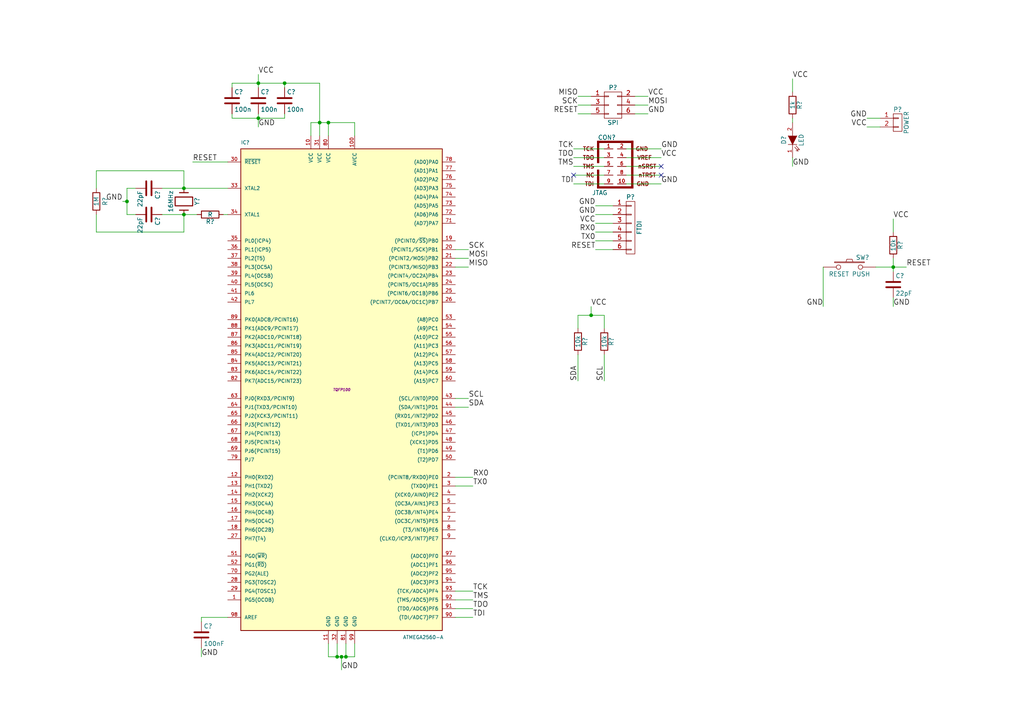
<source format=kicad_sch>
(kicad_sch (version 20211123) (generator eeschema)
  (paper "A4")
  (lib_symbols
    (symbol "core-rescue:ATMEGA2560-A" (pin_names (offset 1.016))
      (property "Reference" "IC" (at -29.21 71.12 0))
      (property "Value" "ATMEGA2560-A" (at 17.78 -72.39 0))
      (property "Footprint" "TQFP100" (at 0 0 0))
      (symbol "ATMEGA2560-A_0_1"
        (rectangle (start -29.21 69.85) (end 29.21 -69.85) (stroke (width 0.254)) (fill (type background)))
      )
      (symbol "ATMEGA2560-A_1_1"
        (pin bidirectional line (at -33.02 -60.96 0) (length 3.81) (name "PG5(OCOB)") (number "1"))
        (pin power_in line (at -8.89 73.66 270) (length 3.81) (name "VCC") (number "10"))
        (pin power_in line (at 3.81 73.66 270) (length 3.81) (name "AVCC") (number "100"))
        (pin power_in line (at -3.81 -73.66 90) (length 3.81) (name "GND") (number "11"))
        (pin bidirectional line (at -33.02 -25.4 0) (length 3.81) (name "PH0(RXD2)") (number "12"))
        (pin bidirectional line (at -33.02 -27.94 0) (length 3.81) (name "PH1(TXD2)") (number "13"))
        (pin bidirectional line (at -33.02 -30.48 0) (length 3.81) (name "PH2(XCK2)") (number "14"))
        (pin bidirectional line (at -33.02 -33.02 0) (length 3.81) (name "PH3(OC4A)") (number "15"))
        (pin bidirectional line (at -33.02 -35.56 0) (length 3.81) (name "PH4(OC4B)") (number "16"))
        (pin bidirectional line (at -33.02 -38.1 0) (length 3.81) (name "PH5(OC4C)") (number "17"))
        (pin bidirectional line (at -33.02 -40.64 0) (length 3.81) (name "PH6(OC2B)") (number "18"))
        (pin bidirectional line (at 33.02 43.18 180) (length 3.81) (name "(PCINT0/~{SS})PB0") (number "19"))
        (pin bidirectional line (at 33.02 -25.4 180) (length 3.81) (name "(PCINT8/RXD0)PE0") (number "2"))
        (pin bidirectional line (at 33.02 40.64 180) (length 3.81) (name "(PCINT1/SCK)PB1") (number "20"))
        (pin bidirectional line (at 33.02 38.1 180) (length 3.81) (name "(PCINT2/MOSI)PB2") (number "21"))
        (pin bidirectional line (at 33.02 35.56 180) (length 3.81) (name "(PCINT3/MISO)PB3") (number "22"))
        (pin bidirectional line (at 33.02 33.02 180) (length 3.81) (name "(PCINT4/OC2A)PB4") (number "23"))
        (pin bidirectional line (at 33.02 30.48 180) (length 3.81) (name "(PCINT5/OC1A)PB5") (number "24"))
        (pin bidirectional line (at 33.02 27.94 180) (length 3.81) (name "(PCINT6/OC1B)PB6") (number "25"))
        (pin bidirectional line (at 33.02 25.4 180) (length 3.81) (name "(PCINT7/OC0A/OC1C)PB7") (number "26"))
        (pin bidirectional line (at -33.02 -43.18 0) (length 3.81) (name "PH7(T4)") (number "27"))
        (pin bidirectional line (at -33.02 -55.88 0) (length 3.81) (name "PG3(TOSC2)") (number "28"))
        (pin bidirectional line (at -33.02 -58.42 0) (length 3.81) (name "PG4(TOSC1)") (number "29"))
        (pin bidirectional line (at 33.02 -27.94 180) (length 3.81) (name "(TXD0)PE1") (number "3"))
        (pin input line (at -33.02 66.04 0) (length 3.81) (name "~{RESET}") (number "30"))
        (pin power_in line (at -6.35 73.66 270) (length 3.81) (name "VCC") (number "31"))
        (pin power_in line (at -1.27 -73.66 90) (length 3.81) (name "GND") (number "32"))
        (pin bidirectional line (at -33.02 58.42 0) (length 3.81) (name "XTAL2") (number "33"))
        (pin bidirectional line (at -33.02 50.8 0) (length 3.81) (name "XTAL1") (number "34"))
        (pin bidirectional line (at -33.02 43.18 0) (length 3.81) (name "PL0(ICP4)") (number "35"))
        (pin bidirectional line (at -33.02 40.64 0) (length 3.81) (name "PL1(ICP5)") (number "36"))
        (pin bidirectional line (at -33.02 38.1 0) (length 3.81) (name "PL2(T5)") (number "37"))
        (pin bidirectional line (at -33.02 35.56 0) (length 3.81) (name "PL3(OC5A)") (number "38"))
        (pin bidirectional line (at -33.02 33.02 0) (length 3.81) (name "PL4(OC5B)") (number "39"))
        (pin bidirectional line (at 33.02 -30.48 180) (length 3.81) (name "(XCK0/AIN0)PE2") (number "4"))
        (pin bidirectional line (at -33.02 30.48 0) (length 3.81) (name "PL5(OC5C)") (number "40"))
        (pin bidirectional line (at -33.02 27.94 0) (length 3.81) (name "PL6") (number "41"))
        (pin bidirectional line (at -33.02 25.4 0) (length 3.81) (name "PL7") (number "42"))
        (pin bidirectional line (at 33.02 -2.54 180) (length 3.81) (name "(SCL/INT0)PD0") (number "43"))
        (pin bidirectional line (at 33.02 -5.08 180) (length 3.81) (name "(SDA/INT1)PD1") (number "44"))
        (pin bidirectional line (at 33.02 -7.62 180) (length 3.81) (name "(RXD1/INT2)PD2") (number "45"))
        (pin bidirectional line (at 33.02 -10.16 180) (length 3.81) (name "(TXD1/INT3)PD3") (number "46"))
        (pin bidirectional line (at 33.02 -12.7 180) (length 3.81) (name "(ICP1)PD4") (number "47"))
        (pin bidirectional line (at 33.02 -15.24 180) (length 3.81) (name "(XCK1)PD5") (number "48"))
        (pin bidirectional line (at 33.02 -17.78 180) (length 3.81) (name "(T1)PD6") (number "49"))
        (pin bidirectional line (at 33.02 -33.02 180) (length 3.81) (name "(OC3A/AIN1)PE3") (number "5"))
        (pin bidirectional line (at 33.02 -20.32 180) (length 3.81) (name "(T2)PD7") (number "50"))
        (pin bidirectional line (at -33.02 -48.26 0) (length 3.81) (name "PG0(~{WR})") (number "51"))
        (pin bidirectional line (at -33.02 -50.8 0) (length 3.81) (name "PG1(~{RD})") (number "52"))
        (pin output line (at 33.02 20.32 180) (length 3.81) (name "(A8)PC0") (number "53"))
        (pin output line (at 33.02 17.78 180) (length 3.81) (name "(A9)PC1") (number "54"))
        (pin output line (at 33.02 15.24 180) (length 3.81) (name "(A10)PC2") (number "55"))
        (pin output line (at 33.02 12.7 180) (length 3.81) (name "(A11)PC3") (number "56"))
        (pin output line (at 33.02 10.16 180) (length 3.81) (name "(A12)PC4") (number "57"))
        (pin output line (at 33.02 7.62 180) (length 3.81) (name "(A13)PC5") (number "58"))
        (pin output line (at 33.02 5.08 180) (length 3.81) (name "(A14)PC6") (number "59"))
        (pin bidirectional line (at 33.02 -35.56 180) (length 3.81) (name "(OC3B/INT4)PE4") (number "6"))
        (pin output line (at 33.02 2.54 180) (length 3.81) (name "(A15)PC7") (number "60"))
        (pin bidirectional line (at -33.02 -2.54 0) (length 3.81) (name "PJ0(RXD3/PCINT9)") (number "63"))
        (pin bidirectional line (at -33.02 -5.08 0) (length 3.81) (name "PJ1(TXD3/PCINT10)") (number "64"))
        (pin bidirectional line (at -33.02 -7.62 0) (length 3.81) (name "PJ2(XCK3/PCINT11)") (number "65"))
        (pin bidirectional line (at -33.02 -10.16 0) (length 3.81) (name "PJ3(PCINT12)") (number "66"))
        (pin bidirectional line (at -33.02 -12.7 0) (length 3.81) (name "PJ4(PCINT13)") (number "67"))
        (pin bidirectional line (at -33.02 -15.24 0) (length 3.81) (name "PJ5(PCINT14)") (number "68"))
        (pin bidirectional line (at -33.02 -17.78 0) (length 3.81) (name "PJ6(PCINT15)") (number "69"))
        (pin bidirectional line (at 33.02 -38.1 180) (length 3.81) (name "(OC3C/INT5)PE5") (number "7"))
        (pin bidirectional line (at -33.02 -53.34 0) (length 3.81) (name "PG2(ALE)") (number "70"))
        (pin bidirectional line (at 33.02 48.26 180) (length 3.81) (name "(AD7)PA7") (number "71"))
        (pin bidirectional line (at 33.02 50.8 180) (length 3.81) (name "(AD6)PA6") (number "72"))
        (pin bidirectional line (at 33.02 53.34 180) (length 3.81) (name "(AD5)PA5") (number "73"))
        (pin bidirectional line (at 33.02 55.88 180) (length 3.81) (name "(AD4)PA4") (number "74"))
        (pin bidirectional line (at 33.02 58.42 180) (length 3.81) (name "(AD3)PA3") (number "75"))
        (pin bidirectional line (at 33.02 60.96 180) (length 3.81) (name "(AD2)PA2") (number "76"))
        (pin bidirectional line (at 33.02 63.5 180) (length 3.81) (name "(AD1)PA1") (number "77"))
        (pin bidirectional line (at 33.02 66.04 180) (length 3.81) (name "(AD0)PA0") (number "78"))
        (pin bidirectional line (at -33.02 -20.32 0) (length 3.81) (name "PJ7") (number "79"))
        (pin bidirectional line (at 33.02 -40.64 180) (length 3.81) (name "(T3/INT6)PE6") (number "8"))
        (pin power_in line (at -3.81 73.66 270) (length 3.81) (name "VCC") (number "80"))
        (pin power_in line (at 1.27 -73.66 90) (length 3.81) (name "GND") (number "81"))
        (pin bidirectional line (at -33.02 2.54 0) (length 3.81) (name "PK7(ADC15/PCINT23)") (number "82"))
        (pin bidirectional line (at -33.02 5.08 0) (length 3.81) (name "PK6(ADC14/PCINT22)") (number "83"))
        (pin bidirectional line (at -33.02 7.62 0) (length 3.81) (name "PK5(ADC13/PCINT21)") (number "84"))
        (pin bidirectional line (at -33.02 10.16 0) (length 3.81) (name "PK4(ADC12/PCINT20)") (number "85"))
        (pin bidirectional line (at -33.02 12.7 0) (length 3.81) (name "PK3(ADC11/PCINT19)") (number "86"))
        (pin bidirectional line (at -33.02 15.24 0) (length 3.81) (name "PK2(ADC10/PCINT18)") (number "87"))
        (pin bidirectional line (at -33.02 17.78 0) (length 3.81) (name "PK1(ADC9/PCINT17)") (number "88"))
        (pin bidirectional line (at -33.02 20.32 0) (length 3.81) (name "PK0(ADC8/PCINT16)") (number "89"))
        (pin bidirectional line (at 33.02 -43.18 180) (length 3.81) (name "(CLKO/ICP3/INT7)PE7") (number "9"))
        (pin input line (at 33.02 -66.04 180) (length 3.81) (name "(TDI/ADC7)PF7") (number "90"))
        (pin input line (at 33.02 -63.5 180) (length 3.81) (name "(TD0/ADC6)PF6") (number "91"))
        (pin input line (at 33.02 -60.96 180) (length 3.81) (name "(TMS/ADC5)PF5") (number "92"))
        (pin input line (at 33.02 -58.42 180) (length 3.81) (name "(TCK/ADC4)PF4") (number "93"))
        (pin input line (at 33.02 -55.88 180) (length 3.81) (name "(ADC3)PF3") (number "94"))
        (pin input line (at 33.02 -53.34 180) (length 3.81) (name "(ADC2)PF2") (number "95"))
        (pin input line (at 33.02 -50.8 180) (length 3.81) (name "(ADC1)PF1") (number "96"))
        (pin input line (at 33.02 -48.26 180) (length 3.81) (name "(ADC0)PF0") (number "97"))
        (pin bidirectional line (at -33.02 -66.04 0) (length 3.81) (name "AREF") (number "98"))
        (pin power_in line (at 3.81 -73.66 90) (length 3.81) (name "GND") (number "99"))
      )
    )
    (symbol "core-rescue:AVR-JTAG-10" (pin_names (offset 1.016))
      (property "Reference" "CON" (at -4.318 8.382 0))
      (property "Value" "AVR-JTAG-10" (at -8.636 -8.382 0))
      (symbol "AVR-JTAG-10_0_0"
        (text "GND" (at 5.842 5.08 0) (effects (font (size 1.143 1.143) bold)))
        (text "NC" (at -9.144 -2.54 0) (effects (font (size 1.143 1.143) bold)))
      )
      (symbol "AVR-JTAG-10_0_1"
        (rectangle (start -7.112 -5.842) (end 3.302 -6.35) (fill (type outline)))
        (rectangle (start -7.112 -1.016) (end -6.604 -6.35) (fill (type outline)))
        (rectangle (start -6.604 7.366) (end -7.112 1.016) (fill (type outline)))
        (rectangle (start -6.604 7.366) (end 3.302 6.858) (fill (type outline)))
        (rectangle (start 2.794 7.366) (end 3.302 -5.842) (fill (type outline)))
      )
      (symbol "AVR-JTAG-10_1_0"
        (text "GND" (at 6.096 -5.08 0) (effects (font (size 1.143 1.143) bold)))
        (text "nSRST" (at 7.366 0 0) (effects (font (size 1.143 1.143) bold)))
        (text "nTRST" (at 7.366 -2.54 0) (effects (font (size 1.143 1.143) bold)))
        (text "TCK" (at -9.652 5.08 0) (effects (font (size 1.143 1.143) bold)))
        (text "TDI" (at -9.398 -5.08 0) (effects (font (size 1.143 1.143) bold)))
        (text "TDO" (at -9.652 2.54 0) (effects (font (size 1.143 1.143) bold)))
        (text "TMS" (at -9.652 0 0) (effects (font (size 1.143 1.143) bold)))
        (text "VREF" (at 6.604 2.54 0) (effects (font (size 1.143 1.143) bold)))
      )
      (symbol "AVR-JTAG-10_1_1"
        (pin passive line (at -5.08 5.08 0) (length 2.54) (name "~") (number "1"))
        (pin passive line (at 1.27 -5.08 180) (length 2.54) (name "~") (number "10"))
        (pin passive line (at 1.27 5.08 180) (length 2.54) (name "~") (number "2"))
        (pin passive line (at -5.08 2.54 0) (length 2.54) (name "~") (number "3"))
        (pin passive line (at 1.27 2.54 180) (length 2.54) (name "~") (number "4"))
        (pin passive line (at -5.08 0 0) (length 2.54) (name "~") (number "5"))
        (pin passive line (at 1.27 0 180) (length 2.54) (name "~") (number "6"))
        (pin passive line (at -5.08 -2.54 0) (length 2.54) (name "~") (number "7"))
        (pin passive line (at 1.27 -2.54 180) (length 2.54) (name "~") (number "8"))
        (pin passive line (at -5.08 -5.08 0) (length 2.54) (name "~") (number "9"))
      )
    )
    (symbol "core-rescue:C" (pin_numbers hide) (pin_names (offset 0.254))
      (property "Reference" "C" (at 0.635 2.54 0))
      (property "Value" "C" (at 0.635 -2.54 0))
      (symbol "C_0_1"
        (polyline (pts (xy -2.032 -0.762) (xy 2.032 -0.762)) (stroke (width 0.508)))
        (polyline (pts (xy -2.032 0.762) (xy 2.032 0.762)) (stroke (width 0.508)))
      )
      (symbol "C_1_1"
        (pin passive line (at 0 3.81 270) (length 2.794) (name "~") (number "1"))
        (pin passive line (at 0 -3.81 90) (length 2.794) (name "~") (number "2"))
      )
    )
    (symbol "core-rescue:CONN_01X02" (pin_names (offset 1.016) hide)
      (property "Reference" "P" (at 0 3.81 0))
      (property "Value" "CONN_01X02" (at 2.54 0 90))
      (symbol "CONN_01X02_0_1"
        (rectangle (start -1.27 -1.143) (end 0.254 -1.397))
        (rectangle (start -1.27 1.397) (end 0.254 1.143))
        (rectangle (start -1.27 2.54) (end 1.27 -2.54))
      )
      (symbol "CONN_01X02_1_1"
        (pin passive line (at -5.08 1.27 0) (length 3.81) (name "P1") (number "1"))
        (pin passive line (at -5.08 -1.27 0) (length 3.81) (name "P2") (number "2"))
      )
    )
    (symbol "core-rescue:CONN_01X06" (pin_names (offset 1.016) hide)
      (property "Reference" "P" (at 0 8.89 0))
      (property "Value" "CONN_01X06" (at 2.54 0 90))
      (symbol "CONN_01X06_0_1"
        (rectangle (start -1.27 -6.223) (end 0.254 -6.477))
        (rectangle (start -1.27 -3.683) (end 0.254 -3.937))
        (rectangle (start -1.27 -1.143) (end 0.254 -1.397))
        (rectangle (start -1.27 1.397) (end 0.254 1.143))
        (rectangle (start -1.27 3.937) (end 0.254 3.683))
        (rectangle (start -1.27 6.477) (end 0.254 6.223))
        (rectangle (start -1.27 7.62) (end 1.27 -7.62))
      )
      (symbol "CONN_01X06_1_1"
        (pin passive line (at -5.08 6.35 0) (length 3.81) (name "P1") (number "1"))
        (pin passive line (at -5.08 3.81 0) (length 3.81) (name "P2") (number "2"))
        (pin passive line (at -5.08 1.27 0) (length 3.81) (name "P3") (number "3"))
        (pin passive line (at -5.08 -1.27 0) (length 3.81) (name "P4") (number "4"))
        (pin passive line (at -5.08 -3.81 0) (length 3.81) (name "P5") (number "5"))
        (pin passive line (at -5.08 -6.35 0) (length 3.81) (name "P6") (number "6"))
      )
    )
    (symbol "core-rescue:CONN_02X03" (pin_names (offset 0.0254) hide)
      (property "Reference" "P" (at 0 5.08 0))
      (property "Value" "CONN_02X03" (at 0 -5.08 0))
      (symbol "CONN_02X03_0_1"
        (rectangle (start -2.54 -2.413) (end -1.27 -2.667))
        (rectangle (start -2.54 0.127) (end -1.27 -0.127))
        (rectangle (start -2.54 2.667) (end -1.27 2.413))
        (rectangle (start -2.54 3.81) (end 2.54 -3.81))
        (rectangle (start 1.27 -2.413) (end 2.54 -2.667))
        (rectangle (start 1.27 0.127) (end 2.54 -0.127))
        (rectangle (start 1.27 2.667) (end 2.54 2.413))
      )
      (symbol "CONN_02X03_1_1"
        (pin passive line (at -6.35 2.54 0) (length 3.81) (name "P1") (number "1"))
        (pin passive line (at 6.35 2.54 180) (length 3.81) (name "P2") (number "2"))
        (pin passive line (at -6.35 0 0) (length 3.81) (name "P3") (number "3"))
        (pin passive line (at 6.35 0 180) (length 3.81) (name "P4") (number "4"))
        (pin passive line (at -6.35 -2.54 0) (length 3.81) (name "P5") (number "5"))
        (pin passive line (at 6.35 -2.54 180) (length 3.81) (name "P6") (number "6"))
      )
    )
    (symbol "core-rescue:Crystal" (pin_numbers hide) (pin_names (offset 1.016) hide)
      (property "Reference" "Y" (at 0 3.81 0))
      (property "Value" "Crystal" (at 0 -3.81 0))
      (symbol "Crystal_0_1"
        (rectangle (start -1.27 2.54) (end 1.27 -2.54) (stroke (width 0.3048)))
        (polyline (pts (xy -2.54 -1.27) (xy -2.54 1.27)) (stroke (width 0.3048)))
        (polyline (pts (xy 2.54 -1.27) (xy 2.54 1.27)) (stroke (width 0.3048)))
      )
      (symbol "Crystal_1_1"
        (pin passive line (at -3.81 0 0) (length 1.27) (name "1") (number "1"))
        (pin passive line (at 3.81 0 180) (length 1.27) (name "2") (number "2"))
      )
    )
    (symbol "core-rescue:LED" (pin_names (offset 1.016) hide)
      (property "Reference" "D" (at 0 2.54 0))
      (property "Value" "LED" (at 0 -2.54 0))
      (symbol "LED_0_1"
        (polyline (pts (xy -1.27 1.27) (xy -1.27 -1.27)))
        (polyline (pts (xy -2.032 -0.635) (xy -3.175 -1.651) (xy -3.048 -1.016)))
        (polyline (pts (xy -1.651 -1.016) (xy -2.794 -2.032) (xy -2.667 -1.397)))
        (polyline (pts (xy 1.27 1.27) (xy -1.27 0) (xy 1.27 -1.27)) (fill (type outline)))
      )
      (symbol "LED_1_1"
        (pin passive line (at -5.08 0 0) (length 3.81) (name "K") (number "1"))
        (pin passive line (at 5.08 0 180) (length 3.81) (name "A") (number "2"))
      )
    )
    (symbol "core-rescue:R" (pin_numbers hide) (pin_names (offset 0))
      (property "Reference" "R" (at 2.032 0 90))
      (property "Value" "R" (at 0 0 90))
      (symbol "R_0_1"
        (rectangle (start -1.016 -2.54) (end 1.016 2.54) (stroke (width 0.254)))
      )
      (symbol "R_1_1"
        (pin passive line (at 0 3.81 270) (length 1.27) (name "~") (number "1"))
        (pin passive line (at 0 -3.81 90) (length 1.27) (name "~") (number "2"))
      )
    )
    (symbol "core-rescue:SW_PUSH" (pin_numbers hide) (pin_names (offset 1.016) hide)
      (property "Reference" "SW" (at 3.81 2.794 0))
      (property "Value" "SW_PUSH" (at 0 -2.032 0))
      (symbol "SW_PUSH_0_1"
        (rectangle (start -4.318 1.27) (end 4.318 1.524))
        (polyline (pts (xy -1.016 1.524) (xy -0.762 2.286) (xy 0.762 2.286) (xy 1.016 1.524)))
        (pin passive inverted (at -7.62 0 0) (length 5.08) (name "1") (number "1"))
        (pin passive inverted (at 7.62 0 180) (length 5.08) (name "2") (number "2"))
      )
    )
  )
  (junction (at 74.93 24.13))
  (junction (at 82.55 24.13))
  (junction (at 74.93 34.29))
  (junction (at 53.34 54.61))
  (junction (at 100.33 190.5))
  (junction (at 95.25 35.56))
  (junction (at 53.34 62.23))
  (junction (at 36.83 58.42))
  (junction (at 259.08 77.47))
  (junction (at 99.06 190.5))
  (junction (at 97.79 190.5))
  (junction (at 171.45 91.44))
  (junction (at 92.71 35.56))
  (no_connect (at 191.77 50.8))
  (no_connect (at 191.77 48.26))
  (no_connect (at 166.37 50.8))
  (wire (pts (xy 132.08 72.39) (xy 135.89 72.39)))
  (wire (pts (xy 95.25 190.5) (xy 97.79 190.5)))
  (wire (pts (xy 175.26 110.49) (xy 175.26 102.87)))
  (wire (pts (xy 132.08 115.57) (xy 135.89 115.57)))
  (wire (pts (xy 175.26 48.26) (xy 166.37 48.26)))
  (wire (pts (xy 175.26 53.34) (xy 166.37 53.34)))
  (wire (pts (xy 74.93 24.13) (xy 74.93 25.4)))
  (wire (pts (xy 53.34 67.31) (xy 53.34 62.23)))
  (wire (pts (xy 66.04 179.07) (xy 58.42 179.07)))
  (wire (pts (xy 167.64 91.44) (xy 171.45 91.44)))
  (wire (pts (xy 92.71 24.13) (xy 92.71 35.56)))
  (wire (pts (xy 102.87 190.5) (xy 102.87 186.69)))
  (wire (pts (xy 132.08 74.93) (xy 135.89 74.93)))
  (wire (pts (xy 167.64 110.49) (xy 167.64 102.87)))
  (wire (pts (xy 36.83 58.42) (xy 35.56 58.42)))
  (wire (pts (xy 184.15 30.48) (xy 187.96 30.48)))
  (wire (pts (xy 67.31 33.02) (xy 67.31 34.29)))
  (wire (pts (xy 171.45 33.02) (xy 167.64 33.02)))
  (wire (pts (xy 255.27 36.83) (xy 251.46 36.83)))
  (wire (pts (xy 95.25 35.56) (xy 102.87 35.56)))
  (wire (pts (xy 171.45 91.44) (xy 171.45 88.9)))
  (wire (pts (xy 82.55 24.13) (xy 82.55 25.4)))
  (wire (pts (xy 82.55 34.29) (xy 82.55 33.02)))
  (wire (pts (xy 184.15 27.94) (xy 187.96 27.94)))
  (wire (pts (xy 132.08 118.11) (xy 135.89 118.11)))
  (wire (pts (xy 132.08 77.47) (xy 135.89 77.47)))
  (wire (pts (xy 53.34 49.53) (xy 53.34 54.61)))
  (wire (pts (xy 74.93 24.13) (xy 82.55 24.13)))
  (wire (pts (xy 27.94 54.61) (xy 27.94 49.53)))
  (wire (pts (xy 167.64 95.25) (xy 167.64 91.44)))
  (wire (pts (xy 99.06 190.5) (xy 100.33 190.5)))
  (wire (pts (xy 177.8 69.85) (xy 172.72 69.85)))
  (wire (pts (xy 92.71 35.56) (xy 92.71 39.37)))
  (wire (pts (xy 181.61 50.8) (xy 191.77 50.8)))
  (wire (pts (xy 82.55 24.13) (xy 92.71 24.13)))
  (wire (pts (xy 74.93 33.02) (xy 74.93 34.29)))
  (wire (pts (xy 64.77 62.23) (xy 66.04 62.23)))
  (wire (pts (xy 166.37 45.72) (xy 175.26 45.72)))
  (wire (pts (xy 92.71 35.56) (xy 95.25 35.56)))
  (wire (pts (xy 100.33 190.5) (xy 102.87 190.5)))
  (wire (pts (xy 36.83 58.42) (xy 36.83 62.23)))
  (wire (pts (xy 74.93 34.29) (xy 82.55 34.29)))
  (wire (pts (xy 53.34 62.23) (xy 57.15 62.23)))
  (wire (pts (xy 132.08 173.99) (xy 137.16 173.99)))
  (wire (pts (xy 177.8 64.77) (xy 172.72 64.77)))
  (wire (pts (xy 171.45 91.44) (xy 175.26 91.44)))
  (wire (pts (xy 181.61 43.18) (xy 191.77 43.18)))
  (wire (pts (xy 27.94 67.31) (xy 53.34 67.31)))
  (wire (pts (xy 90.17 35.56) (xy 92.71 35.56)))
  (wire (pts (xy 46.99 54.61) (xy 53.34 54.61)))
  (wire (pts (xy 259.08 67.31) (xy 259.08 63.5)))
  (wire (pts (xy 254 77.47) (xy 259.08 77.47)))
  (wire (pts (xy 95.25 35.56) (xy 95.25 39.37)))
  (wire (pts (xy 166.37 43.18) (xy 175.26 43.18)))
  (wire (pts (xy 229.87 35.56) (xy 229.87 34.29)))
  (wire (pts (xy 175.26 91.44) (xy 175.26 95.25)))
  (wire (pts (xy 177.8 59.69) (xy 172.72 59.69)))
  (wire (pts (xy 171.45 30.48) (xy 167.64 30.48)))
  (wire (pts (xy 132.08 140.97) (xy 137.16 140.97)))
  (wire (pts (xy 171.45 27.94) (xy 167.64 27.94)))
  (wire (pts (xy 229.87 45.72) (xy 229.87 48.26)))
  (wire (pts (xy 97.79 190.5) (xy 97.79 186.69)))
  (wire (pts (xy 36.83 62.23) (xy 39.37 62.23)))
  (wire (pts (xy 175.26 50.8) (xy 166.37 50.8)))
  (wire (pts (xy 67.31 34.29) (xy 74.93 34.29)))
  (wire (pts (xy 177.8 67.31) (xy 172.72 67.31)))
  (wire (pts (xy 97.79 190.5) (xy 99.06 190.5)))
  (wire (pts (xy 74.93 21.59) (xy 74.93 24.13)))
  (wire (pts (xy 132.08 171.45) (xy 137.16 171.45)))
  (wire (pts (xy 255.27 34.29) (xy 251.46 34.29)))
  (wire (pts (xy 95.25 186.69) (xy 95.25 190.5)))
  (wire (pts (xy 74.93 34.29) (xy 74.93 36.83)))
  (wire (pts (xy 181.61 45.72) (xy 191.77 45.72)))
  (wire (pts (xy 39.37 54.61) (xy 36.83 54.61)))
  (wire (pts (xy 67.31 25.4) (xy 67.31 24.13)))
  (wire (pts (xy 99.06 190.5) (xy 99.06 194.31)))
  (wire (pts (xy 53.34 54.61) (xy 66.04 54.61)))
  (wire (pts (xy 259.08 77.47) (xy 259.08 78.74)))
  (wire (pts (xy 100.33 190.5) (xy 100.33 186.69)))
  (wire (pts (xy 102.87 35.56) (xy 102.87 39.37)))
  (wire (pts (xy 46.99 62.23) (xy 53.34 62.23)))
  (wire (pts (xy 90.17 39.37) (xy 90.17 35.56)))
  (wire (pts (xy 67.31 24.13) (xy 74.93 24.13)))
  (wire (pts (xy 181.61 48.26) (xy 191.77 48.26)))
  (wire (pts (xy 259.08 86.36) (xy 259.08 88.9)))
  (wire (pts (xy 132.08 138.43) (xy 137.16 138.43)))
  (wire (pts (xy 58.42 179.07) (xy 58.42 180.34)))
  (wire (pts (xy 229.87 26.67) (xy 229.87 22.86)))
  (wire (pts (xy 259.08 74.93) (xy 259.08 77.47)))
  (wire (pts (xy 132.08 179.07) (xy 137.16 179.07)))
  (wire (pts (xy 27.94 62.23) (xy 27.94 67.31)))
  (wire (pts (xy 27.94 49.53) (xy 53.34 49.53)))
  (wire (pts (xy 66.04 46.99) (xy 55.88 46.99)))
  (wire (pts (xy 177.8 62.23) (xy 172.72 62.23)))
  (wire (pts (xy 181.61 53.34) (xy 191.77 53.34)))
  (wire (pts (xy 238.76 77.47) (xy 238.76 88.9)))
  (wire (pts (xy 259.08 77.47) (xy 262.89 77.47)))
  (wire (pts (xy 132.08 176.53) (xy 137.16 176.53)))
  (wire (pts (xy 177.8 72.39) (xy 172.72 72.39)))
  (wire (pts (xy 36.83 54.61) (xy 36.83 58.42)))
  (wire (pts (xy 58.42 187.96) (xy 58.42 190.5)))
  (wire (pts (xy 187.96 33.02) (xy 184.15 33.02)))
  (label "SDA" (at 135.89 118.11 0) (effects (font (size 1.524 1.524))))
  (label "GND" (at 191.77 43.18 0) (effects (font (size 1.524 1.524))))
  (label "TCK" (at 166.37 43.18 180) (effects (font (size 1.524 1.524))))
  (label "RX0" (at 172.72 67.31 180) (effects (font (size 1.524 1.524))))
  (label "GND" (at 238.76 88.9 180) (effects (font (size 1.524 1.524))))
  (label "TDI" (at 166.37 53.34 180) (effects (font (size 1.524 1.524))))
  (label "TCK" (at 137.16 171.45 0) (effects (font (size 1.524 1.524))))
  (label "SCL" (at 175.26 110.49 90) (effects (font (size 1.524 1.524))))
  (label "GND" (at 187.96 33.02 0) (effects (font (size 1.524 1.524))))
  (label "MISO" (at 167.64 27.94 180) (effects (font (size 1.524 1.524))))
  (label "GND" (at 251.46 34.29 180) (effects (font (size 1.524 1.524))))
  (label "GND" (at 259.08 88.9 0) (effects (font (size 1.524 1.524))))
  (label "GND" (at 99.06 194.31 0) (effects (font (size 1.524 1.524))))
  (label "VCC" (at 229.87 22.86 0) (effects (font (size 1.524 1.524))))
  (label "SDA" (at 167.64 110.49 90) (effects (font (size 1.524 1.524))))
  (label "VCC" (at 74.93 21.59 0) (effects (font (size 1.524 1.524))))
  (label "VCC" (at 191.77 45.72 0) (effects (font (size 1.524 1.524))))
  (label "GND" (at 172.72 62.23 180) (effects (font (size 1.524 1.524))))
  (label "TDO" (at 166.37 45.72 180) (effects (font (size 1.524 1.524))))
  (label "TX0" (at 172.72 69.85 180) (effects (font (size 1.524 1.524))))
  (label "VCC" (at 172.72 64.77 180) (effects (font (size 1.524 1.524))))
  (label "TX0" (at 137.16 140.97 0) (effects (font (size 1.524 1.524))))
  (label "SCK" (at 167.64 30.48 180) (effects (font (size 1.524 1.524))))
  (label "TMS" (at 166.37 48.26 180) (effects (font (size 1.524 1.524))))
  (label "VCC" (at 171.45 88.9 0) (effects (font (size 1.524 1.524))))
  (label "GND" (at 35.56 58.42 180) (effects (font (size 1.524 1.524))))
  (label "RESET" (at 55.88 46.99 0) (effects (font (size 1.524 1.524))))
  (label "TDO" (at 137.16 176.53 0) (effects (font (size 1.524 1.524))))
  (label "RESET" (at 262.89 77.47 0) (effects (font (size 1.524 1.524))))
  (label "RESET" (at 172.72 72.39 180) (effects (font (size 1.524 1.524))))
  (label "GND" (at 58.42 190.5 0) (effects (font (size 1.524 1.524))))
  (label "GND" (at 191.77 53.34 0) (effects (font (size 1.524 1.524))))
  (label "MOSI" (at 187.96 30.48 0) (effects (font (size 1.524 1.524))))
  (label "RESET" (at 167.64 33.02 180) (effects (font (size 1.524 1.524))))
  (label "TDI" (at 137.16 179.07 0) (effects (font (size 1.524 1.524))))
  (label "GND" (at 74.93 36.83 0) (effects (font (size 1.524 1.524))))
  (label "VCC" (at 251.46 36.83 180) (effects (font (size 1.524 1.524))))
  (label "SCK" (at 135.89 72.39 0) (effects (font (size 1.524 1.524))))
  (label "SCL" (at 135.89 115.57 0) (effects (font (size 1.524 1.524))))
  (label "MOSI" (at 135.89 74.93 0) (effects (font (size 1.524 1.524))))
  (label "RX0" (at 137.16 138.43 0) (effects (font (size 1.524 1.524))))
  (label "GND" (at 172.72 59.69 180) (effects (font (size 1.524 1.524))))
  (label "TMS" (at 137.16 173.99 0) (effects (font (size 1.524 1.524))))
  (label "MISO" (at 135.89 77.47 0) (effects (font (size 1.524 1.524))))
  (label "VCC" (at 187.96 27.94 0) (effects (font (size 1.524 1.524))))
  (label "GND" (at 229.87 48.26 0) (effects (font (size 1.524 1.524))))
  (label "VCC" (at 259.08 63.5 0) (effects (font (size 1.524 1.524))))
  (symbol (lib_id "core-rescue:ATMEGA2560-A") (at 99.06 113.03 0) (unit 1)
    (property "Reference" "IC?" (at 69.85 41.91 0) (effects (font (size 1.016 1.016)) (justify left bottom)))
    (property "Value" "ATMEGA2560-A" (at 116.84 185.42 0) (effects (font (size 1.016 1.016)) (justify left bottom)))
    (property "Footprint" "TQFP100" (at 99.06 113.03 0) (effects (font (size 0.762 0.762) italic)))
  )
  (symbol (lib_id "core-rescue:Crystal") (at 53.34 58.42 270) (unit 1)
    (property "Reference" "Y?" (at 57.15 58.42 0))
    (property "Value" "16MHz" (at 49.53 58.42 0))
  )
  (symbol (lib_id "core-rescue:C") (at 43.18 54.61 270) (unit 1)
    (property "Reference" "C?" (at 45.72 55.245 0) (effects (justify left)))
    (property "Value" "22pF" (at 40.64 55.245 0) (effects (justify left)))
  )
  (symbol (lib_id "core-rescue:C") (at 43.18 62.23 270) (unit 1)
    (property "Reference" "C?" (at 45.72 62.865 0) (effects (justify left)))
    (property "Value" "22pF" (at 40.64 62.865 0) (effects (justify left)))
  )
  (symbol (lib_id "core-rescue:R") (at 27.94 58.42 0) (unit 1)
    (property "Reference" "R?" (at 30.48 58.42 90))
    (property "Value" "1M" (at 27.94 58.42 90))
  )
  (symbol (lib_id "core-rescue:R") (at 60.96 62.23 270) (unit 1)
    (property "Reference" "R?" (at 60.96 64.262 90))
    (property "Value" "R" (at 60.96 62.23 90))
  )
  (symbol (lib_id "core-rescue:C") (at 82.55 29.21 0) (unit 1)
    (property "Reference" "C?" (at 83.185 26.67 0) (effects (justify left)))
    (property "Value" "100n" (at 83.185 31.75 0) (effects (justify left)))
  )
  (symbol (lib_id "core-rescue:C") (at 74.93 29.21 0) (unit 1)
    (property "Reference" "C?" (at 75.565 26.67 0) (effects (justify left)))
    (property "Value" "100n" (at 75.565 31.75 0) (effects (justify left)))
  )
  (symbol (lib_id "core-rescue:C") (at 67.31 29.21 0) (unit 1)
    (property "Reference" "C?" (at 67.945 26.67 0) (effects (justify left)))
    (property "Value" "100n" (at 67.945 31.75 0) (effects (justify left)))
  )
  (symbol (lib_id "core-rescue:C") (at 58.42 184.15 0) (unit 1)
    (property "Reference" "C?" (at 59.055 181.61 0) (effects (justify left)))
    (property "Value" "100nF" (at 59.055 186.69 0) (effects (justify left)))
  )
  (symbol (lib_id "core-rescue:SW_PUSH") (at 246.38 77.47 0) (unit 1)
    (property "Reference" "SW?" (at 250.19 74.676 0))
    (property "Value" "RESET PUSH" (at 246.38 79.502 0))
  )
  (symbol (lib_id "core-rescue:CONN_01X06") (at 182.88 66.04 0) (unit 1)
    (property "Reference" "P?" (at 182.88 57.15 0))
    (property "Value" "FTDI" (at 185.42 66.04 90))
  )
  (symbol (lib_id "core-rescue:CONN_01X02") (at 260.35 35.56 0) (unit 1)
    (property "Reference" "P?" (at 260.35 31.75 0))
    (property "Value" "POWER" (at 262.89 35.56 90))
  )
  (symbol (lib_id "core-rescue:R") (at 229.87 30.48 0) (unit 1)
    (property "Reference" "R?" (at 231.902 30.48 90))
    (property "Value" "1k" (at 229.87 30.48 90))
  )
  (symbol (lib_id "core-rescue:LED") (at 229.87 40.64 90) (unit 1)
    (property "Reference" "D?" (at 227.33 40.64 0))
    (property "Value" "LED" (at 232.41 40.64 0))
  )
  (symbol (lib_id "core-rescue:CONN_02X03") (at 177.8 30.48 0) (unit 1)
    (property "Reference" "P?" (at 177.8 25.4 0))
    (property "Value" "SPI" (at 177.8 35.56 0))
  )
  (symbol (lib_id "core-rescue:R") (at 167.64 99.06 0) (unit 1)
    (property "Reference" "R?" (at 169.672 99.06 90))
    (property "Value" "10k" (at 167.64 99.06 90))
  )
  (symbol (lib_id "core-rescue:R") (at 175.26 99.06 0) (unit 1)
    (property "Reference" "R?" (at 177.292 99.06 90))
    (property "Value" "10k" (at 175.26 99.06 90))
  )
  (symbol (lib_id "core-rescue:C") (at 259.08 82.55 0) (unit 1)
    (property "Reference" "C?" (at 259.715 80.01 0) (effects (justify left)))
    (property "Value" "22pF" (at 259.715 85.09 0) (effects (justify left)))
  )
  (symbol (lib_id "core-rescue:R") (at 259.08 71.12 0) (unit 1)
    (property "Reference" "R?" (at 261.112 71.12 90))
    (property "Value" "10k" (at 259.08 71.12 90))
  )
  (symbol (lib_id "core-rescue:AVR-JTAG-10") (at 180.34 48.26 0) (unit 1)
    (property "Reference" "CON?" (at 176.022 39.878 0))
    (property "Value" "JTAG" (at 171.704 56.642 0) (effects (justify left bottom)))
    (property "Footprint" "AVR-JTAG-10" (effects hide))
  )
)
</source>
